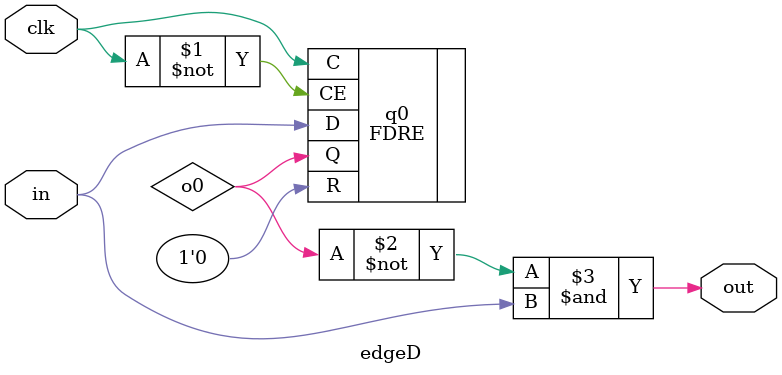
<source format=v>
`timescale 1ns / 1ps


//edge detector
//outputs a high signal for one clock cycle
//on input to in of sequence 10

module edgeD(
    input clk, //clock
    input in, //input
    output out //output high for 1 clock
    );

    wire o0;
    
    //first bit
    FDRE #(.INIT(1'b0) ) q0 (.C(clk), .R(1'b0), .CE(~clk), .D(in), .Q(o0));

   assign out = ~o0 & in;
    
endmodule

</source>
